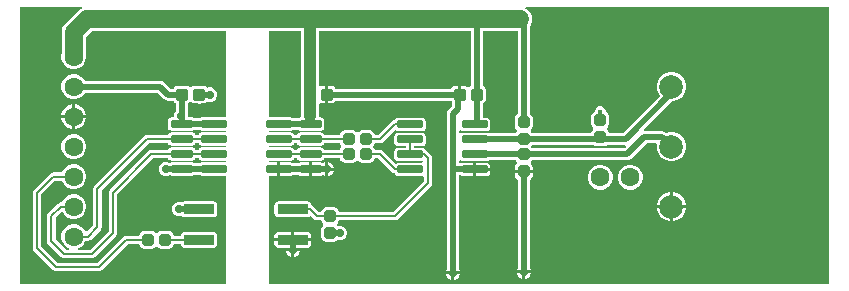
<source format=gtl>
G04*
G04 #@! TF.GenerationSoftware,Altium Limited,Altium Designer,21.2.1 (34)*
G04*
G04 Layer_Physical_Order=1*
G04 Layer_Color=16711680*
%FSTAX24Y24*%
%MOIN*%
G70*
G04*
G04 #@! TF.SameCoordinates,7DA4DDB6-0622-4AF5-A47C-4C96ED8C5F13*
G04*
G04*
G04 #@! TF.FilePolarity,Positive*
G04*
G01*
G75*
G04:AMPARAMS|DCode=12|XSize=37.4mil|YSize=37.4mil|CornerRadius=1.9mil|HoleSize=0mil|Usage=FLASHONLY|Rotation=0.000|XOffset=0mil|YOffset=0mil|HoleType=Round|Shape=RoundedRectangle|*
%AMROUNDEDRECTD12*
21,1,0.0374,0.0337,0,0,0.0*
21,1,0.0337,0.0374,0,0,0.0*
1,1,0.0037,0.0168,-0.0168*
1,1,0.0037,-0.0168,-0.0168*
1,1,0.0037,-0.0168,0.0168*
1,1,0.0037,0.0168,0.0168*
%
%ADD12ROUNDEDRECTD12*%
G04:AMPARAMS|DCode=13|XSize=70.9mil|YSize=23.6mil|CornerRadius=1.2mil|HoleSize=0mil|Usage=FLASHONLY|Rotation=180.000|XOffset=0mil|YOffset=0mil|HoleType=Round|Shape=RoundedRectangle|*
%AMROUNDEDRECTD13*
21,1,0.0709,0.0213,0,0,180.0*
21,1,0.0685,0.0236,0,0,180.0*
1,1,0.0024,-0.0343,0.0106*
1,1,0.0024,0.0343,0.0106*
1,1,0.0024,0.0343,-0.0106*
1,1,0.0024,-0.0343,-0.0106*
%
%ADD13ROUNDEDRECTD13*%
G04:AMPARAMS|DCode=14|XSize=23.6mil|YSize=84.1mil|CornerRadius=1.2mil|HoleSize=0mil|Usage=FLASHONLY|Rotation=270.000|XOffset=0mil|YOffset=0mil|HoleType=Round|Shape=RoundedRectangle|*
%AMROUNDEDRECTD14*
21,1,0.0236,0.0817,0,0,270.0*
21,1,0.0213,0.0841,0,0,270.0*
1,1,0.0024,-0.0408,-0.0106*
1,1,0.0024,-0.0408,0.0106*
1,1,0.0024,0.0408,0.0106*
1,1,0.0024,0.0408,-0.0106*
%
%ADD14ROUNDEDRECTD14*%
G04:AMPARAMS|DCode=15|XSize=31.5mil|YSize=102.4mil|CornerRadius=1.6mil|HoleSize=0mil|Usage=FLASHONLY|Rotation=90.000|XOffset=0mil|YOffset=0mil|HoleType=Round|Shape=RoundedRectangle|*
%AMROUNDEDRECTD15*
21,1,0.0315,0.0992,0,0,90.0*
21,1,0.0283,0.1024,0,0,90.0*
1,1,0.0032,0.0496,0.0142*
1,1,0.0032,0.0496,-0.0142*
1,1,0.0032,-0.0496,-0.0142*
1,1,0.0032,-0.0496,0.0142*
%
%ADD15ROUNDEDRECTD15*%
G04:AMPARAMS|DCode=16|XSize=37.4mil|YSize=37.4mil|CornerRadius=4.7mil|HoleSize=0mil|Usage=FLASHONLY|Rotation=180.000|XOffset=0mil|YOffset=0mil|HoleType=Round|Shape=RoundedRectangle|*
%AMROUNDEDRECTD16*
21,1,0.0374,0.0281,0,0,180.0*
21,1,0.0281,0.0374,0,0,180.0*
1,1,0.0094,-0.0140,0.0140*
1,1,0.0094,0.0140,0.0140*
1,1,0.0094,0.0140,-0.0140*
1,1,0.0094,-0.0140,-0.0140*
%
%ADD16ROUNDEDRECTD16*%
G04:AMPARAMS|DCode=17|XSize=37.4mil|YSize=37.4mil|CornerRadius=4.7mil|HoleSize=0mil|Usage=FLASHONLY|Rotation=90.000|XOffset=0mil|YOffset=0mil|HoleType=Round|Shape=RoundedRectangle|*
%AMROUNDEDRECTD17*
21,1,0.0374,0.0281,0,0,90.0*
21,1,0.0281,0.0374,0,0,90.0*
1,1,0.0094,0.0140,0.0140*
1,1,0.0094,0.0140,-0.0140*
1,1,0.0094,-0.0140,-0.0140*
1,1,0.0094,-0.0140,0.0140*
%
%ADD17ROUNDEDRECTD17*%
%ADD28C,0.0197*%
%ADD29C,0.0079*%
%ADD30C,0.0394*%
%ADD31C,0.0591*%
%ADD32C,0.0630*%
%ADD33C,0.0787*%
%ADD34C,0.0276*%
%ADD35C,0.0157*%
G36*
X05331Y020049D02*
X034633D01*
Y023662D01*
X03491D01*
Y023882D01*
Y024102D01*
X034633D01*
Y024162D01*
X035369D01*
X035413Y02417D01*
X03545Y024195D01*
X035474Y024232D01*
X035476Y02424D01*
X035581D01*
X035582Y024232D01*
X035607Y024195D01*
X035644Y02417D01*
X035688Y024162D01*
X036373D01*
X036416Y02417D01*
X036453Y024195D01*
X036478Y024232D01*
X03648Y02424D01*
X03701D01*
X037022Y024184D01*
X037054Y024136D01*
X037102Y024103D01*
X03716Y024092D01*
X03744D01*
X037498Y024103D01*
X037546Y024136D01*
X037555Y02415D01*
X037615D01*
X037625Y024136D01*
X037673Y024103D01*
X037731Y024092D01*
X038011D01*
X038068Y024103D01*
X038117Y024136D01*
X038149Y024184D01*
X03816Y02424D01*
X038288D01*
X038737Y023791D01*
X038783Y02376D01*
X038825Y023752D01*
X03883Y023722D01*
X038855Y023685D01*
X038892Y02366D01*
X038936Y023652D01*
X039753D01*
X039756Y023652D01*
X039806Y023611D01*
Y02347D01*
X038796Y022461D01*
X036969D01*
X036958Y022516D01*
X036926Y022565D01*
X036877Y022597D01*
X03682Y022609D01*
X03654D01*
X036482Y022597D01*
X036434Y022565D01*
X036401Y022516D01*
X03639Y022461D01*
X036296D01*
X036113Y022644D01*
X036067Y022675D01*
X036053Y022677D01*
Y022685D01*
X036044Y02273D01*
X036018Y022768D01*
X03598Y022794D01*
X035935Y022803D01*
X034942D01*
X034897Y022794D01*
X034859Y022768D01*
X034833Y02273D01*
X034824Y022685D01*
Y022402D01*
X034833Y022356D01*
X034859Y022318D01*
X034897Y022293D01*
X034942Y022284D01*
X035935D01*
X03598Y022293D01*
X036018Y022318D01*
X036035Y02232D01*
X036137Y022218D01*
X036183Y022188D01*
X036237Y022177D01*
X03639D01*
X036401Y022121D01*
X036434Y022073D01*
X036448Y022064D01*
Y022003D01*
X036434Y021994D01*
X036401Y021946D01*
X03639Y021888D01*
Y021608D01*
X036401Y021551D01*
X036434Y021502D01*
X036482Y02147D01*
X03654Y021458D01*
X03682D01*
X036877Y02147D01*
X036926Y021502D01*
X036937Y021519D01*
X036957Y02151D01*
X037052D01*
X037139Y021546D01*
X037206Y021613D01*
X037243Y021701D01*
Y021795D01*
X037206Y021883D01*
X037139Y02195D01*
X037052Y021986D01*
X036957D01*
X036954Y021985D01*
X036913Y022017D01*
X036914Y022065D01*
X036926Y022073D01*
X036958Y022121D01*
X036969Y022177D01*
X038855D01*
X038909Y022188D01*
X038956Y022218D01*
X040048Y023311D01*
X040079Y023357D01*
X04009Y023411D01*
Y024238D01*
X040079Y024293D01*
X040048Y024339D01*
X039914Y024473D01*
X039868Y024503D01*
X039862Y024505D01*
X039858Y024522D01*
X039833Y024559D01*
X039796Y024584D01*
X039753Y024592D01*
X039486D01*
Y024652D01*
X039753D01*
X039796Y02466D01*
X039833Y024685D01*
X039858Y024722D01*
X039867Y024766D01*
Y024978D01*
X039858Y025022D01*
X039833Y025059D01*
X039796Y025084D01*
X039753Y025092D01*
X038936D01*
X038892Y025084D01*
X038855Y025059D01*
X03883Y025022D01*
X038822Y024978D01*
Y024766D01*
X03883Y024722D01*
X038855Y024685D01*
X038892Y02466D01*
X038936Y024652D01*
X039202D01*
Y024592D01*
X038936D01*
X038892Y024584D01*
X038855Y024559D01*
X03883Y024522D01*
X038822Y024478D01*
Y024266D01*
X03883Y024222D01*
X038855Y024185D01*
X038892Y02416D01*
X038936Y024152D01*
X03975D01*
X039762Y024138D01*
Y024137D01*
X039718Y024092D01*
X038936D01*
X038892Y024084D01*
X038865Y024065D01*
X038448Y024482D01*
X038402Y024513D01*
X038347Y024524D01*
X03816D01*
X038149Y024579D01*
X038141Y024592D01*
X038119Y024632D01*
X038141Y024672D01*
X038149Y024684D01*
X03816Y02474D01*
X038347D01*
X038402Y024751D01*
X038448Y024781D01*
X038852Y025185D01*
X038855Y025185D01*
X038892Y02516D01*
X038936Y025152D01*
X039753D01*
X039796Y02516D01*
X039833Y025185D01*
X039858Y025222D01*
X039867Y025266D01*
Y025478D01*
X039858Y025522D01*
X039833Y025559D01*
X039796Y025584D01*
X039753Y025592D01*
X038936D01*
X038892Y025584D01*
X038855Y025559D01*
X03883Y025522D01*
X038829Y025512D01*
X038783Y025503D01*
X038737Y025473D01*
X038288Y025024D01*
X03816D01*
X038149Y025079D01*
X038117Y025128D01*
X038068Y02516D01*
X038011Y025172D01*
X037731D01*
X037673Y02516D01*
X037625Y025128D01*
X037615Y025114D01*
X037555D01*
X037546Y025128D01*
X037498Y02516D01*
X03744Y025172D01*
X03716D01*
X037102Y02516D01*
X037054Y025128D01*
X037022Y025079D01*
X03701Y025024D01*
X03648D01*
X036478Y025032D01*
X036453Y025069D01*
X036416Y025094D01*
X036373Y025102D01*
X035688D01*
X035644Y025094D01*
X035607Y025069D01*
X035582Y025032D01*
X035581Y025024D01*
X035476D01*
X035474Y025032D01*
X03545Y025069D01*
X035413Y025094D01*
X035369Y025102D01*
X034633D01*
Y025162D01*
X035369D01*
X035413Y02517D01*
X035426Y02518D01*
X03563D01*
X035644Y02517D01*
X035688Y025162D01*
X036373D01*
X036416Y02517D01*
X036453Y025195D01*
X036478Y025232D01*
X036487Y025276D01*
Y025488D01*
X036478Y025532D01*
X036453Y025569D01*
X036416Y025594D01*
X036373Y025602D01*
X036331D01*
X036298Y02564D01*
X0363Y025656D01*
Y026062D01*
X03635Y026089D01*
X036357Y026084D01*
X036403Y026075D01*
X036522D01*
Y026364D01*
Y026653D01*
X036403D01*
X036357Y026644D01*
X03635Y02664D01*
X0363Y026666D01*
Y028485D01*
X041369D01*
Y026647D01*
X041357Y026644D01*
X041318Y026618D01*
X041316Y026616D01*
X041256D01*
X041255Y026618D01*
X041215Y026644D01*
X041169Y026654D01*
X041051D01*
Y026364D01*
X040951D01*
Y026654D01*
X040832D01*
X040786Y026644D01*
X040747Y026618D01*
X040721Y026579D01*
X040718Y026566D01*
X036854D01*
X036852Y026579D01*
X036826Y026618D01*
X036786Y026644D01*
X03674Y026653D01*
X036622D01*
Y026364D01*
Y026075D01*
X03674D01*
X036786Y026084D01*
X036826Y02611D01*
X036852Y02615D01*
X036854Y026162D01*
X040718D01*
X040721Y02615D01*
X04073Y026136D01*
Y025976D01*
X040631Y025877D01*
X040588Y025812D01*
X040572Y025734D01*
Y023844D01*
Y020552D01*
X040538Y020469D01*
X041011D01*
X040977Y020552D01*
Y02367D01*
X04103D01*
X041044Y02366D01*
X041087Y023652D01*
X041446D01*
Y023872D01*
Y024092D01*
X041087D01*
X041044Y024084D01*
X04103Y024074D01*
X040977D01*
Y024147D01*
X041027Y024172D01*
X041044Y02416D01*
X041087Y024152D01*
X041904D01*
X041948Y02416D01*
X041962Y02417D01*
X042861D01*
X042891Y024126D01*
X042904Y024117D01*
Y024057D01*
X042891Y024047D01*
X042858Y023999D01*
X042847Y023941D01*
Y023851D01*
X043137D01*
X043426D01*
Y023941D01*
X043415Y023999D01*
X043383Y024047D01*
X043369Y024057D01*
Y024117D01*
X043383Y024126D01*
X043412Y02417D01*
X046578D01*
X046655Y024185D01*
X046721Y024229D01*
X047236Y024745D01*
X047536D01*
X047566Y024705D01*
X047564Y024697D01*
Y024567D01*
X047598Y024441D01*
X047663Y024329D01*
X047755Y024237D01*
X047867Y024172D01*
X047993Y024138D01*
X048123D01*
X048248Y024172D01*
X048361Y024237D01*
X048453Y024329D01*
X048518Y024441D01*
X048552Y024567D01*
Y024697D01*
X048518Y024822D01*
X048453Y024935D01*
X048361Y025027D01*
X048248Y025092D01*
X048123Y025126D01*
X047993D01*
X047878Y025095D01*
X04782Y025134D01*
X047743Y025149D01*
X04716D01*
X047147Y025168D01*
X047138Y025197D01*
X048079Y026138D01*
X048123D01*
X048248Y026172D01*
X048361Y026237D01*
X048453Y026329D01*
X048518Y026441D01*
X048552Y026567D01*
Y026697D01*
X048518Y026822D01*
X048453Y026935D01*
X048361Y027027D01*
X048248Y027092D01*
X048123Y027126D01*
X047993D01*
X047867Y027092D01*
X047755Y027027D01*
X047663Y026935D01*
X047598Y026822D01*
X047564Y026697D01*
Y026567D01*
X047598Y026441D01*
X047663Y026329D01*
X04768Y026312D01*
X046443Y025074D01*
X04597D01*
Y025077D01*
X045958Y025135D01*
X045926Y025183D01*
X045912Y025192D01*
Y025253D01*
X045926Y025262D01*
X045958Y02531D01*
X04597Y025368D01*
Y025648D01*
X045958Y025705D01*
X045926Y025754D01*
X045877Y025786D01*
X045859Y02579D01*
Y025833D01*
X045831Y025898D01*
X045781Y025949D01*
X045715Y025976D01*
X045644D01*
X045579Y025949D01*
X045528Y025898D01*
X045501Y025833D01*
Y02579D01*
X045482Y025786D01*
X045434Y025754D01*
X045401Y025705D01*
X04539Y025648D01*
Y025368D01*
X045401Y02531D01*
X045434Y025262D01*
X045448Y025253D01*
Y025192D01*
X045434Y025183D01*
X045401Y025135D01*
X04539Y025077D01*
Y025074D01*
X043412D01*
X043383Y025118D01*
X043369Y025127D01*
Y025188D01*
X043383Y025197D01*
X043415Y025245D01*
X043426Y025303D01*
Y025583D01*
X043415Y02564D01*
X043383Y025689D01*
X043339Y025718D01*
Y028652D01*
X043364Y028685D01*
X043404Y028781D01*
X043417Y028884D01*
X043404Y028987D01*
X043364Y029083D01*
X0433Y029166D01*
X043218Y029229D01*
X043184Y029243D01*
X043194Y029293D01*
X05331D01*
Y020049D01*
D02*
G37*
G36*
X028404Y029243D02*
X02837Y029229D01*
X028288Y029166D01*
X028288Y029166D01*
X027855Y028733D01*
X027791Y02865D01*
X027752Y028554D01*
X027738Y028451D01*
X027738Y028451D01*
Y027747D01*
X027722Y027687D01*
Y027577D01*
X02775Y027472D01*
X027805Y027377D01*
X027882Y0273D01*
X027976Y027245D01*
X028082Y027217D01*
X028191D01*
X028297Y027245D01*
X028391Y0273D01*
X028469Y027377D01*
X028523Y027472D01*
X028552Y027577D01*
Y027687D01*
X028535Y027747D01*
Y028286D01*
X028735Y028485D01*
X033215D01*
Y025602D01*
X0324D01*
X032357Y025594D01*
X032343Y025584D01*
X032139D01*
X032125Y025594D01*
X032081Y025602D01*
X031961D01*
X031957Y025608D01*
Y025703D01*
X031941Y025741D01*
Y026082D01*
X031954Y026084D01*
X031993Y02611D01*
X031994Y026112D01*
X032054D01*
X032056Y02611D01*
X032095Y026084D01*
X032142Y026075D01*
X032233D01*
X03231Y026065D01*
X032339D01*
X032416Y026075D01*
X032478D01*
X032524Y026084D01*
X032564Y02611D01*
X032584Y02614D01*
X032617Y026126D01*
X032711D01*
X032799Y026163D01*
X032866Y026229D01*
X032902Y026317D01*
Y026411D01*
X032866Y026499D01*
X032799Y026566D01*
X032711Y026602D01*
X032617D01*
X032584Y026588D01*
X032564Y026618D01*
X032524Y026644D01*
X032478Y026653D01*
X032416D01*
X032339Y026664D01*
X03231D01*
X032233Y026653D01*
X032142D01*
X032095Y026644D01*
X032056Y026618D01*
X032054Y026616D01*
X031994D01*
X031993Y026618D01*
X031954Y026644D01*
X031907Y026653D01*
X031571D01*
X031524Y026644D01*
X031485Y026618D01*
X031459Y026579D01*
X031456Y026566D01*
X03136D01*
X031152Y026775D01*
X031086Y026819D01*
X031009Y026834D01*
X028499D01*
X028469Y026887D01*
X028391Y026964D01*
X028297Y027019D01*
X028191Y027047D01*
X028082D01*
X027976Y027019D01*
X027882Y026964D01*
X027805Y026887D01*
X02775Y026792D01*
X027722Y026687D01*
Y026577D01*
X02775Y026472D01*
X027805Y026377D01*
X027882Y0263D01*
X027976Y026245D01*
X028082Y026217D01*
X028191D01*
X028297Y026245D01*
X028391Y0263D01*
X028469Y026377D01*
X028499Y02643D01*
X030925D01*
X031133Y026221D01*
X031199Y026177D01*
X031276Y026162D01*
X031456D01*
X031459Y02615D01*
X031485Y02611D01*
X031524Y026084D01*
X031537Y026082D01*
Y025809D01*
X031518Y02579D01*
X031481Y025703D01*
Y025608D01*
X031477Y025602D01*
X031396D01*
X031353Y025594D01*
X031316Y025569D01*
X031291Y025532D01*
X031282Y025488D01*
Y025276D01*
X031291Y025232D01*
X031316Y025195D01*
X031353Y02517D01*
X031396Y025162D01*
X032081D01*
X032125Y02517D01*
X032139Y02518D01*
X032343D01*
X032357Y02517D01*
X0324Y025162D01*
X033215D01*
Y025102D01*
X0324D01*
X032357Y025094D01*
X03232Y025069D01*
X032295Y025032D01*
X032294Y025024D01*
X032188D01*
X032187Y025032D01*
X032162Y025069D01*
X032125Y025094D01*
X032081Y025102D01*
X031396D01*
X031353Y025094D01*
X031316Y025069D01*
X031291Y025032D01*
X03129Y025024D01*
X030591D01*
X030537Y025013D01*
X030491Y024982D01*
X028824Y023315D01*
X028793Y023269D01*
X028782Y023215D01*
Y022014D01*
X028572Y021804D01*
X028564Y021802D01*
X028511Y021813D01*
X028469Y021887D01*
X028391Y021964D01*
X028297Y022019D01*
X028191Y022047D01*
X028082D01*
X027976Y022019D01*
X027882Y021964D01*
X027805Y021887D01*
X02775Y021792D01*
X027722Y021687D01*
Y021577D01*
X02775Y021472D01*
X027805Y021377D01*
X027882Y0213D01*
X027976Y021245D01*
X027991Y021241D01*
X027984Y021191D01*
X027881D01*
X027531Y021541D01*
Y02225D01*
X027722Y022441D01*
X027771Y022435D01*
X027805Y022377D01*
X027882Y0223D01*
X027976Y022245D01*
X028082Y022217D01*
X028191D01*
X028297Y022245D01*
X028391Y0223D01*
X028469Y022377D01*
X028523Y022472D01*
X028552Y022577D01*
Y022687D01*
X028523Y022792D01*
X028469Y022887D01*
X028391Y022964D01*
X028297Y023019D01*
X028191Y023047D01*
X028082D01*
X027976Y023019D01*
X027882Y022964D01*
X027805Y022887D01*
X02775Y022792D01*
X027745Y022774D01*
X027711D01*
X027657Y022763D01*
X027611Y022732D01*
X027288Y02241D01*
X027257Y022363D01*
X027246Y022309D01*
Y021482D01*
X027257Y021428D01*
X027288Y021382D01*
X027721Y020949D01*
X027767Y020918D01*
X027822Y020907D01*
X028727D01*
X028782Y020918D01*
X028828Y020949D01*
X029536Y021657D01*
X029567Y021703D01*
X029578Y021758D01*
Y023038D01*
X03078Y02424D01*
X03129D01*
X031291Y024232D01*
X031316Y024195D01*
X031353Y02417D01*
X031396Y024162D01*
X032081D01*
X032125Y02417D01*
X032162Y024195D01*
X032187Y024232D01*
X032188Y02424D01*
X032294D01*
X032295Y024232D01*
X03232Y024195D01*
X032357Y02417D01*
X0324Y024162D01*
X033215D01*
Y024102D01*
X0324D01*
X032357Y024094D01*
X032343Y024084D01*
X032139D01*
X032125Y024094D01*
X032081Y024102D01*
X031396D01*
X031353Y024094D01*
X031339Y024084D01*
X031338D01*
X031253Y02412D01*
X031158D01*
X031071Y024083D01*
X031004Y024017D01*
X030968Y023929D01*
Y023835D01*
X031004Y023747D01*
X031071Y02368D01*
X031158Y023644D01*
X031253D01*
X031338Y02368D01*
X031339D01*
X031353Y02367D01*
X031396Y023662D01*
X032081D01*
X032125Y02367D01*
X032139Y02368D01*
X032343D01*
X032357Y02367D01*
X0324Y023662D01*
X033215D01*
Y020049D01*
X026349D01*
Y029293D01*
X028394D01*
X028404Y029243D01*
D02*
G37*
G36*
X035701Y026364D02*
Y025656D01*
X035706Y025623D01*
X035688Y025602D01*
X035644Y025594D01*
X03563Y025584D01*
X035426D01*
X035413Y025594D01*
X035369Y025602D01*
X034633D01*
Y028485D01*
X035701D01*
Y026364D01*
D02*
G37*
G36*
X042934Y025718D02*
X042891Y025689D01*
X042858Y02564D01*
X042847Y025583D01*
Y025303D01*
X042858Y025245D01*
X042891Y025197D01*
X042904Y025188D01*
Y025127D01*
X042891Y025118D01*
X042861Y025074D01*
X041962D01*
X041948Y025084D01*
X041904Y025092D01*
X041087D01*
X041044Y025084D01*
X041027Y025072D01*
X040977Y025097D01*
Y025147D01*
X041027Y025172D01*
X041044Y02516D01*
X041087Y025152D01*
X041904D01*
X041948Y02516D01*
X041985Y025185D01*
X04201Y025222D01*
X042018Y025266D01*
Y025478D01*
X04201Y025522D01*
X041985Y025559D01*
X041948Y025584D01*
X041904Y025592D01*
X041774D01*
Y026082D01*
X041786Y026084D01*
X041826Y02611D01*
X041852Y02615D01*
X041861Y026196D01*
Y026532D01*
X041852Y026579D01*
X041826Y026618D01*
X041786Y026644D01*
X041774Y026647D01*
Y028485D01*
X042934D01*
Y025718D01*
D02*
G37*
G36*
X037022Y024684D02*
X03703Y024672D01*
X037052Y024632D01*
X03703Y024592D01*
X037022Y024579D01*
X03701Y024524D01*
X03648D01*
X036478Y024532D01*
X036453Y024569D01*
X036416Y024594D01*
X036373Y024602D01*
X035688D01*
X035644Y024594D01*
X035607Y024569D01*
X035582Y024532D01*
X035581Y024524D01*
X035476D01*
X035474Y024532D01*
X03545Y024569D01*
X035413Y024594D01*
X035369Y024602D01*
X034633D01*
Y024662D01*
X035369D01*
X035413Y02467D01*
X03545Y024695D01*
X035474Y024732D01*
X035476Y02474D01*
X035581D01*
X035582Y024732D01*
X035607Y024695D01*
X035644Y02467D01*
X035688Y024662D01*
X036373D01*
X036416Y02467D01*
X036453Y024695D01*
X036478Y024732D01*
X03648Y02474D01*
X03701D01*
X037022Y024684D01*
D02*
G37*
G36*
X046532Y024651D02*
X046541Y024622D01*
X046494Y024574D01*
X043412D01*
X043383Y024618D01*
Y024626D01*
X043412Y02467D01*
X045466D01*
X045482Y024659D01*
X04554Y024647D01*
X04582D01*
X045877Y024659D01*
X045894Y02467D01*
X046518D01*
X046532Y024651D01*
D02*
G37*
G36*
X031291Y024732D02*
X031316Y024695D01*
X031353Y02467D01*
X031396Y024662D01*
X032081D01*
X032125Y02467D01*
X032162Y024695D01*
X032187Y024732D01*
X032188Y02474D01*
X032294D01*
X032295Y024732D01*
X03232Y024695D01*
X032357Y02467D01*
X0324Y024662D01*
X033215D01*
Y024602D01*
X0324D01*
X032357Y024594D01*
X03232Y024569D01*
X032295Y024532D01*
X032294Y024524D01*
X032188D01*
X032187Y024532D01*
X032162Y024569D01*
X032125Y024594D01*
X032081Y024602D01*
X031396D01*
X031353Y024594D01*
X031316Y024569D01*
X031291Y024532D01*
X03129Y024524D01*
X030721D01*
X030667Y024513D01*
X030621Y024482D01*
X029335Y023197D01*
X029305Y023151D01*
X029294Y023096D01*
Y021817D01*
X028668Y021191D01*
X028289D01*
X028282Y021241D01*
X028297Y021245D01*
X028391Y0213D01*
X028469Y021377D01*
X028523Y021472D01*
X028528Y02149D01*
X028601D01*
X028656Y021501D01*
X028702Y021531D01*
X029025Y021854D01*
X029055Y0219D01*
X029066Y021955D01*
Y023156D01*
X03065Y02474D01*
X03129D01*
X031291Y024732D01*
D02*
G37*
%LPC*%
G36*
X036514Y024119D02*
X036431Y024084D01*
X03643D01*
X036416Y024094D01*
X036373Y024102D01*
X03608D01*
Y023882D01*
Y023662D01*
X036373D01*
X036416Y02367D01*
X03643Y02368D01*
X036431D01*
X036514Y023645D01*
Y023882D01*
Y024119D01*
D02*
G37*
G36*
X03598Y024102D02*
X035688D01*
X035644Y024094D01*
X03563Y024084D01*
X035426D01*
X035413Y024094D01*
X035369Y024102D01*
X03501D01*
Y023882D01*
Y023662D01*
X035369D01*
X035413Y02367D01*
X035426Y02368D01*
X03563D01*
X035644Y02367D01*
X035688Y023662D01*
X03598D01*
Y023882D01*
Y024102D01*
D02*
G37*
G36*
X036614Y024119D02*
Y023932D01*
X0368D01*
X036765Y024017D01*
X036698Y024083D01*
X036614Y024119D01*
D02*
G37*
G36*
X041904Y024092D02*
X041546D01*
Y023922D01*
X042018D01*
Y023978D01*
X04201Y024022D01*
X041985Y024059D01*
X041948Y024084D01*
X041904Y024092D01*
D02*
G37*
G36*
X042018Y023822D02*
X041546D01*
Y023652D01*
X041904D01*
X041948Y02366D01*
X041985Y023685D01*
X04201Y023722D01*
X042018Y023766D01*
Y023822D01*
D02*
G37*
G36*
X0368Y023832D02*
X036614D01*
Y023645D01*
X036698Y02368D01*
X036765Y023747D01*
X0368Y023832D01*
D02*
G37*
G36*
X046735Y024023D02*
X046625D01*
X04652Y023995D01*
X046425Y02394D01*
X046348Y023863D01*
X046293Y023768D01*
X046265Y023663D01*
Y023554D01*
X046293Y023448D01*
X046348Y023353D01*
X046425Y023276D01*
X04652Y023222D01*
X046625Y023193D01*
X046735D01*
X04684Y023222D01*
X046935Y023276D01*
X047012Y023353D01*
X047067Y023448D01*
X047095Y023554D01*
Y023663D01*
X047067Y023768D01*
X047012Y023863D01*
X046935Y02394D01*
X04684Y023995D01*
X046735Y024023D01*
D02*
G37*
G36*
X045735D02*
X045625D01*
X04552Y023995D01*
X045425Y02394D01*
X045348Y023863D01*
X045293Y023768D01*
X045265Y023663D01*
Y023554D01*
X045293Y023448D01*
X045348Y023353D01*
X045425Y023276D01*
X04552Y023222D01*
X045625Y023193D01*
X045735D01*
X04584Y023222D01*
X045935Y023276D01*
X046012Y023353D01*
X046067Y023448D01*
X046095Y023554D01*
Y023663D01*
X046067Y023768D01*
X046012Y023863D01*
X045935Y02394D01*
X04584Y023995D01*
X045735Y024023D01*
D02*
G37*
G36*
X048123Y023126D02*
X048108D01*
Y022682D01*
X048552D01*
Y022697D01*
X048518Y022822D01*
X048453Y022935D01*
X048361Y023027D01*
X048248Y023092D01*
X048123Y023126D01*
D02*
G37*
G36*
X048008D02*
X047993D01*
X047867Y023092D01*
X047755Y023027D01*
X047663Y022935D01*
X047598Y022822D01*
X047564Y022697D01*
Y022682D01*
X048008D01*
Y023126D01*
D02*
G37*
G36*
X048552Y022582D02*
X048108D01*
Y022138D01*
X048123D01*
X048248Y022172D01*
X048361Y022237D01*
X048453Y022329D01*
X048518Y022441D01*
X048552Y022567D01*
Y022582D01*
D02*
G37*
G36*
X048008D02*
X047564D01*
Y022567D01*
X047598Y022441D01*
X047663Y022329D01*
X047755Y022237D01*
X047867Y022172D01*
X047993Y022138D01*
X048008D01*
Y022582D01*
D02*
G37*
G36*
X035935Y021783D02*
X035488D01*
Y021574D01*
X036053D01*
Y021665D01*
X036044Y021711D01*
X036018Y021749D01*
X03598Y021774D01*
X035935Y021783D01*
D02*
G37*
G36*
X035388D02*
X034942D01*
X034897Y021774D01*
X034859Y021749D01*
X034833Y021711D01*
X034824Y021665D01*
Y021574D01*
X035388D01*
Y021783D01*
D02*
G37*
G36*
X036053Y021474D02*
X035438D01*
X034824D01*
Y021382D01*
X034833Y021337D01*
X034859Y021298D01*
X034897Y021273D01*
X034942Y021264D01*
X035182D01*
X035199Y021238D01*
X035678D01*
X035695Y021264D01*
X035935D01*
X03598Y021273D01*
X036018Y021298D01*
X036044Y021337D01*
X036053Y021382D01*
Y021474D01*
D02*
G37*
G36*
X035675Y021138D02*
X035488D01*
Y020952D01*
X035573Y020987D01*
X03564Y021054D01*
X035675Y021138D01*
D02*
G37*
G36*
X035388D02*
X035202D01*
X035237Y021054D01*
X035304Y020987D01*
X035388Y020952D01*
Y021138D01*
D02*
G37*
G36*
X043426Y023751D02*
X043137D01*
X042847D01*
Y023661D01*
X042858Y023604D01*
X042891Y023555D01*
X042934Y023526D01*
Y020592D01*
X0429Y020509D01*
X043373D01*
X043339Y020592D01*
Y023526D01*
X043383Y023555D01*
X043415Y023604D01*
X043426Y023661D01*
Y023751D01*
D02*
G37*
G36*
X043373Y020409D02*
X043187D01*
Y020222D01*
X043271Y020257D01*
X043338Y020324D01*
X043373Y020409D01*
D02*
G37*
G36*
X043087D02*
X0429D01*
X042935Y020324D01*
X043002Y020257D01*
X043087Y020222D01*
Y020409D01*
D02*
G37*
G36*
X041011Y020369D02*
X040824D01*
Y020183D01*
X040909Y020218D01*
X040976Y020285D01*
X041011Y020369D01*
D02*
G37*
G36*
X040724D02*
X040538D01*
X040573Y020285D01*
X04064Y020218D01*
X040724Y020183D01*
Y020369D01*
D02*
G37*
G36*
X028191Y026047D02*
X028187D01*
Y025682D01*
X028552D01*
Y025687D01*
X028523Y025792D01*
X028469Y025887D01*
X028391Y025964D01*
X028297Y026019D01*
X028191Y026047D01*
D02*
G37*
G36*
X028087D02*
X028082D01*
X027976Y026019D01*
X027882Y025964D01*
X027805Y025887D01*
X02775Y025792D01*
X027722Y025687D01*
Y025682D01*
X028087D01*
Y026047D01*
D02*
G37*
G36*
X028552Y025582D02*
X028187D01*
Y025217D01*
X028191D01*
X028297Y025245D01*
X028391Y0253D01*
X028469Y025377D01*
X028523Y025472D01*
X028552Y025577D01*
Y025582D01*
D02*
G37*
G36*
X028087D02*
X027722D01*
Y025577D01*
X02775Y025472D01*
X027805Y025377D01*
X027882Y0253D01*
X027976Y025245D01*
X028082Y025217D01*
X028087D01*
Y025582D01*
D02*
G37*
G36*
X028191Y025047D02*
X028082D01*
X027976Y025019D01*
X027882Y024964D01*
X027805Y024887D01*
X02775Y024792D01*
X027722Y024687D01*
Y024577D01*
X02775Y024472D01*
X027805Y024377D01*
X027882Y0243D01*
X027976Y024245D01*
X028082Y024217D01*
X028191D01*
X028297Y024245D01*
X028391Y0243D01*
X028469Y024377D01*
X028523Y024472D01*
X028552Y024577D01*
Y024687D01*
X028523Y024792D01*
X028469Y024887D01*
X028391Y024964D01*
X028297Y025019D01*
X028191Y025047D01*
D02*
G37*
G36*
Y024047D02*
X028082D01*
X027976Y024019D01*
X027882Y023964D01*
X027805Y023887D01*
X02775Y023792D01*
X027745Y023774D01*
X027452D01*
X027397Y023763D01*
X027351Y023732D01*
X026816Y023197D01*
X026785Y023151D01*
X026774Y023096D01*
Y021246D01*
X026785Y021192D01*
X026816Y021146D01*
X027446Y020516D01*
X027492Y020485D01*
X027546Y020474D01*
X028963D01*
X029018Y020485D01*
X029064Y020516D01*
X02993Y021382D01*
X030318D01*
X030329Y021326D01*
X030361Y021278D01*
X03041Y021245D01*
X030467Y021234D01*
X030747D01*
X030805Y021245D01*
X030853Y021278D01*
X030862Y021291D01*
X030923D01*
X030932Y021278D01*
X03098Y021245D01*
X031038Y021234D01*
X031318D01*
X031375Y021245D01*
X031424Y021278D01*
X031456Y021326D01*
X031467Y021382D01*
X031695D01*
X031703Y021337D01*
X031729Y021298D01*
X031767Y021273D01*
X031812Y021264D01*
X032805D01*
X03285Y021273D01*
X032888Y021298D01*
X032914Y021337D01*
X032923Y021382D01*
Y021665D01*
X032914Y021711D01*
X032888Y021749D01*
X03285Y021774D01*
X032805Y021783D01*
X031812D01*
X031767Y021774D01*
X031729Y021749D01*
X031703Y021711D01*
X031695Y021666D01*
X031467D01*
X031456Y021721D01*
X031424Y02177D01*
X031375Y021802D01*
X031318Y021814D01*
X031038D01*
X03098Y021802D01*
X030932Y02177D01*
X030923Y021756D01*
X030862D01*
X030853Y02177D01*
X030805Y021802D01*
X030747Y021814D01*
X030467D01*
X03041Y021802D01*
X030361Y02177D01*
X030329Y021721D01*
X030318Y021666D01*
X029871D01*
X029871Y021666D01*
X029816Y021655D01*
X02977Y021624D01*
X028905Y020758D01*
X027605D01*
X027058Y021305D01*
Y023038D01*
X02751Y02349D01*
X027745D01*
X02775Y023472D01*
X027805Y023377D01*
X027882Y0233D01*
X027976Y023245D01*
X028082Y023217D01*
X028191D01*
X028297Y023245D01*
X028391Y0233D01*
X028469Y023377D01*
X028523Y023472D01*
X028552Y023577D01*
Y023687D01*
X028523Y023792D01*
X028469Y023887D01*
X028391Y023964D01*
X028297Y024019D01*
X028191Y024047D01*
D02*
G37*
G36*
X032805Y022803D02*
X031812D01*
X031767Y022794D01*
X031729Y022768D01*
X031727Y022766D01*
X03169Y022781D01*
X031595D01*
X031508Y022745D01*
X031441Y022678D01*
X031405Y022591D01*
Y022496D01*
X031441Y022409D01*
X031508Y022342D01*
X031595Y022306D01*
X03169D01*
X031727Y022321D01*
X031729Y022318D01*
X031767Y022293D01*
X031812Y022284D01*
X032805D01*
X03285Y022293D01*
X032888Y022318D01*
X032914Y022356D01*
X032923Y022402D01*
Y022685D01*
X032914Y02273D01*
X032888Y022768D01*
X03285Y022794D01*
X032805Y022803D01*
D02*
G37*
%LPD*%
D12*
X03231Y026364D02*
D03*
X031739D02*
D03*
X041001Y026364D02*
D03*
X041572D02*
D03*
X036572Y026364D02*
D03*
X036001D02*
D03*
D13*
X031739Y023882D02*
D03*
Y024382D02*
D03*
Y024882D02*
D03*
Y025382D02*
D03*
X03603Y023882D02*
D03*
Y024382D02*
D03*
Y024882D02*
D03*
Y025382D02*
D03*
D14*
X032809Y023882D02*
D03*
Y024382D02*
D03*
Y024882D02*
D03*
Y025382D02*
D03*
X03496Y023882D02*
D03*
Y024382D02*
D03*
Y024882D02*
D03*
Y025382D02*
D03*
X041496Y025372D02*
D03*
Y024872D02*
D03*
Y024372D02*
D03*
Y023872D02*
D03*
X039344Y025372D02*
D03*
Y024872D02*
D03*
Y024372D02*
D03*
Y023872D02*
D03*
D15*
X035438Y022543D02*
D03*
Y021524D02*
D03*
X032309Y022543D02*
D03*
Y021524D02*
D03*
D16*
X030607D02*
D03*
X031178D02*
D03*
X0373Y024882D02*
D03*
X037871D02*
D03*
X0373Y024382D02*
D03*
X037871D02*
D03*
D17*
X03668Y022319D02*
D03*
Y021748D02*
D03*
X04568Y024937D02*
D03*
Y025508D02*
D03*
X043137Y025443D02*
D03*
Y024872D02*
D03*
Y024372D02*
D03*
Y023801D02*
D03*
D28*
X031739Y025656D02*
Y026364D01*
Y025656D02*
Y026364D01*
X036001Y025411D02*
Y025656D01*
X03496Y025382D02*
X03496Y025382D01*
X03603D01*
X03668Y021748D02*
X037005D01*
X03603Y023882D02*
X036564D01*
X03603Y023882D02*
X03603Y023882D01*
X03496Y023882D02*
X03603D01*
X031739Y025382D02*
Y026364D01*
X032339D02*
X032664D01*
X031206Y023882D02*
X031739D01*
X031739Y023882D01*
X032809D01*
X040774Y023844D02*
Y025734D01*
Y020419D02*
Y023844D01*
X040802Y023872D01*
X041496D01*
X043137Y020459D02*
Y023801D01*
X041001Y026364D02*
X041001Y026364D01*
X040932Y026295D02*
X041001Y026364D01*
X040774Y025734D02*
X040932Y025892D01*
Y026295D01*
X036572Y026364D02*
X041001D01*
X043137Y025443D02*
Y028766D01*
X048058Y026404D02*
Y026632D01*
X046526Y024872D02*
X048058Y026404D01*
X043137Y024872D02*
X046526D01*
X046578Y024372D02*
X047152Y024947D01*
X047743D02*
X048058Y024632D01*
X047152Y024947D02*
X047743D01*
X043137Y024372D02*
X046578D01*
X041496Y024872D02*
X043137D01*
X041496Y024372D02*
X043137D01*
X032809Y025382D02*
X032809Y025382D01*
X031739Y025382D02*
X032809D01*
X031276Y026364D02*
X031739D01*
X031009Y026632D02*
X031276Y026364D01*
X028137Y026632D02*
X031009D01*
X035438Y021188D02*
Y021524D01*
X031643Y022543D02*
X032309D01*
X036001Y025411D02*
X03603Y025382D01*
X035971Y028884D02*
X036001Y028854D01*
X041496Y025372D02*
X041572Y025448D01*
Y026364D01*
X041562Y028884D02*
X041572Y028874D01*
Y026364D02*
Y028874D01*
X043018Y028884D02*
X043137Y028766D01*
D29*
X03603Y024882D02*
X0373D01*
X03603D02*
X0373D01*
X039344Y024372D02*
X039814D01*
X039948Y024238D01*
Y023411D02*
Y024238D01*
X038855Y022319D02*
X039948Y023411D01*
X03668Y022319D02*
X038855D01*
X036237D02*
X03668D01*
X036013Y022543D02*
X036237Y022319D01*
X035438Y022543D02*
X036013D01*
X027452Y023632D02*
X028137D01*
X026916Y023096D02*
X027452Y023632D01*
X026916Y021246D02*
Y023096D01*
Y021246D02*
X027546Y020616D01*
X028963D01*
X029871Y021524D01*
X030607D01*
X027711Y022632D02*
X028137D01*
X027389Y021482D02*
Y022309D01*
X027711Y022632D01*
X027389Y021482D02*
X027822Y021049D01*
X028727D01*
X029436Y021758D01*
Y023096D01*
X030721Y024382D01*
X031739D01*
X028137Y021632D02*
X028601D01*
X028924Y021955D01*
Y023215D01*
X030591Y024882D01*
X031739D01*
Y024382D02*
X031739Y024382D01*
X032809D01*
X031739Y024882D02*
X031739Y024882D01*
X032809D01*
X03603Y024382D02*
X0373D01*
X03496D02*
X03603D01*
X03496Y024382D02*
X03496Y024382D01*
X03496Y024882D02*
X0373D01*
X037871Y024382D02*
X038347D01*
X038837Y023892D01*
X039344D01*
X038837Y025372D02*
X039344D01*
X038347Y024882D02*
X038837Y025372D01*
X037871Y024882D02*
X038347D01*
X039344Y024372D02*
Y024872D01*
X04568Y025508D02*
Y025797D01*
X031178Y021524D02*
X032309D01*
D30*
X036001Y025656D02*
Y026364D01*
X03231D02*
X032339D01*
X036001D02*
Y028854D01*
D31*
X035971Y028884D02*
X041562D01*
X02857D02*
X035971D01*
X041562D02*
X043018D01*
X028137Y028451D02*
X02857Y028884D01*
X028137Y027632D02*
Y028451D01*
D32*
X04668Y023608D02*
D03*
X04568D02*
D03*
X028137Y021632D02*
D03*
Y026632D02*
D03*
Y024632D02*
D03*
Y023632D02*
D03*
Y022632D02*
D03*
Y025632D02*
D03*
Y027632D02*
D03*
D33*
X048058Y026632D02*
D03*
Y024632D02*
D03*
Y022632D02*
D03*
D34*
X036011Y025656D02*
D03*
X037005Y021748D02*
D03*
X036564Y023882D02*
D03*
X031719Y025656D02*
D03*
X032664Y026364D02*
D03*
X031206Y023882D02*
D03*
X043137Y020459D02*
D03*
X040774Y020419D02*
D03*
X035438Y021188D02*
D03*
X031643Y022543D02*
D03*
D35*
X04568Y025797D02*
D03*
M02*

</source>
